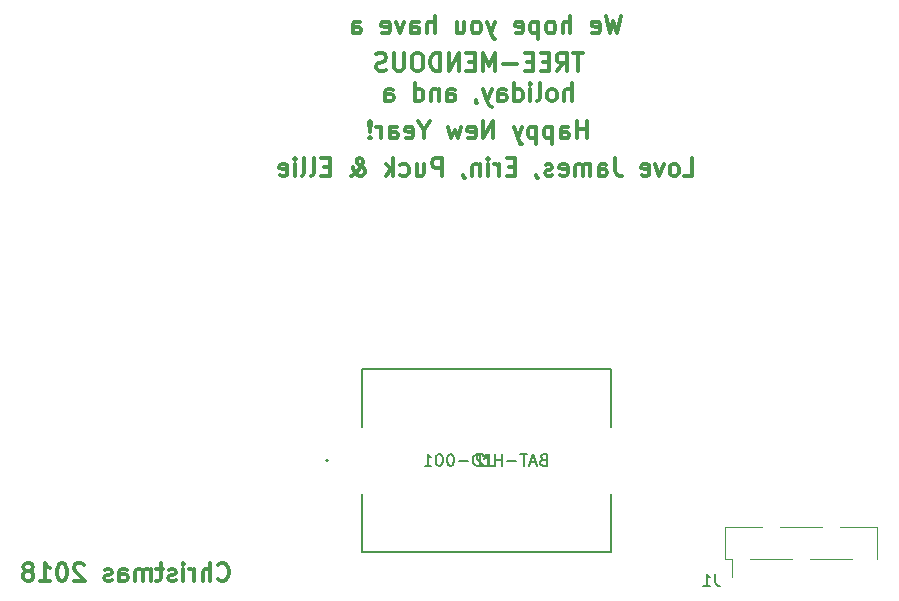
<source format=gbr>
G04 #@! TF.GenerationSoftware,KiCad,Pcbnew,5.0.1-33cea8e~68~ubuntu18.04.1*
G04 #@! TF.CreationDate,2018-11-21T15:29:58-05:00*
G04 #@! TF.ProjectId,Christmas_2018,4368726973746D61735F323031382E6B,A1*
G04 #@! TF.SameCoordinates,Original*
G04 #@! TF.FileFunction,Legend,Bot*
G04 #@! TF.FilePolarity,Positive*
%FSLAX46Y46*%
G04 Gerber Fmt 4.6, Leading zero omitted, Abs format (unit mm)*
G04 Created by KiCad (PCBNEW 5.0.1-33cea8e~68~ubuntu18.04.1) date Wed 21 Nov 2018 03:29:58 PM EST*
%MOMM*%
%LPD*%
G01*
G04 APERTURE LIST*
%ADD10C,0.300000*%
%ADD11C,0.152400*%
%ADD12C,0.120000*%
%ADD13C,0.150000*%
G04 APERTURE END LIST*
D10*
X110655714Y-118645714D02*
X110727142Y-118717142D01*
X110941428Y-118788571D01*
X111084285Y-118788571D01*
X111298571Y-118717142D01*
X111441428Y-118574285D01*
X111512857Y-118431428D01*
X111584285Y-118145714D01*
X111584285Y-117931428D01*
X111512857Y-117645714D01*
X111441428Y-117502857D01*
X111298571Y-117360000D01*
X111084285Y-117288571D01*
X110941428Y-117288571D01*
X110727142Y-117360000D01*
X110655714Y-117431428D01*
X110012857Y-118788571D02*
X110012857Y-117288571D01*
X109370000Y-118788571D02*
X109370000Y-118002857D01*
X109441428Y-117860000D01*
X109584285Y-117788571D01*
X109798571Y-117788571D01*
X109941428Y-117860000D01*
X110012857Y-117931428D01*
X108655714Y-118788571D02*
X108655714Y-117788571D01*
X108655714Y-118074285D02*
X108584285Y-117931428D01*
X108512857Y-117860000D01*
X108370000Y-117788571D01*
X108227142Y-117788571D01*
X107727142Y-118788571D02*
X107727142Y-117788571D01*
X107727142Y-117288571D02*
X107798571Y-117360000D01*
X107727142Y-117431428D01*
X107655714Y-117360000D01*
X107727142Y-117288571D01*
X107727142Y-117431428D01*
X107084285Y-118717142D02*
X106941428Y-118788571D01*
X106655714Y-118788571D01*
X106512857Y-118717142D01*
X106441428Y-118574285D01*
X106441428Y-118502857D01*
X106512857Y-118360000D01*
X106655714Y-118288571D01*
X106870000Y-118288571D01*
X107012857Y-118217142D01*
X107084285Y-118074285D01*
X107084285Y-118002857D01*
X107012857Y-117860000D01*
X106870000Y-117788571D01*
X106655714Y-117788571D01*
X106512857Y-117860000D01*
X106012857Y-117788571D02*
X105441428Y-117788571D01*
X105798571Y-117288571D02*
X105798571Y-118574285D01*
X105727142Y-118717142D01*
X105584285Y-118788571D01*
X105441428Y-118788571D01*
X104941428Y-118788571D02*
X104941428Y-117788571D01*
X104941428Y-117931428D02*
X104870000Y-117860000D01*
X104727142Y-117788571D01*
X104512857Y-117788571D01*
X104370000Y-117860000D01*
X104298571Y-118002857D01*
X104298571Y-118788571D01*
X104298571Y-118002857D02*
X104227142Y-117860000D01*
X104084285Y-117788571D01*
X103870000Y-117788571D01*
X103727142Y-117860000D01*
X103655714Y-118002857D01*
X103655714Y-118788571D01*
X102298571Y-118788571D02*
X102298571Y-118002857D01*
X102370000Y-117860000D01*
X102512857Y-117788571D01*
X102798571Y-117788571D01*
X102941428Y-117860000D01*
X102298571Y-118717142D02*
X102441428Y-118788571D01*
X102798571Y-118788571D01*
X102941428Y-118717142D01*
X103012857Y-118574285D01*
X103012857Y-118431428D01*
X102941428Y-118288571D01*
X102798571Y-118217142D01*
X102441428Y-118217142D01*
X102298571Y-118145714D01*
X101655714Y-118717142D02*
X101512857Y-118788571D01*
X101227142Y-118788571D01*
X101084285Y-118717142D01*
X101012857Y-118574285D01*
X101012857Y-118502857D01*
X101084285Y-118360000D01*
X101227142Y-118288571D01*
X101441428Y-118288571D01*
X101584285Y-118217142D01*
X101655714Y-118074285D01*
X101655714Y-118002857D01*
X101584285Y-117860000D01*
X101441428Y-117788571D01*
X101227142Y-117788571D01*
X101084285Y-117860000D01*
X99298571Y-117431428D02*
X99227142Y-117360000D01*
X99084285Y-117288571D01*
X98727142Y-117288571D01*
X98584285Y-117360000D01*
X98512857Y-117431428D01*
X98441428Y-117574285D01*
X98441428Y-117717142D01*
X98512857Y-117931428D01*
X99370000Y-118788571D01*
X98441428Y-118788571D01*
X97512857Y-117288571D02*
X97370000Y-117288571D01*
X97227142Y-117360000D01*
X97155714Y-117431428D01*
X97084285Y-117574285D01*
X97012857Y-117860000D01*
X97012857Y-118217142D01*
X97084285Y-118502857D01*
X97155714Y-118645714D01*
X97227142Y-118717142D01*
X97370000Y-118788571D01*
X97512857Y-118788571D01*
X97655714Y-118717142D01*
X97727142Y-118645714D01*
X97798571Y-118502857D01*
X97870000Y-118217142D01*
X97870000Y-117860000D01*
X97798571Y-117574285D01*
X97727142Y-117431428D01*
X97655714Y-117360000D01*
X97512857Y-117288571D01*
X95584285Y-118788571D02*
X96441428Y-118788571D01*
X96012857Y-118788571D02*
X96012857Y-117288571D01*
X96155714Y-117502857D01*
X96298571Y-117645714D01*
X96441428Y-117717142D01*
X94727142Y-117931428D02*
X94870000Y-117860000D01*
X94941428Y-117788571D01*
X95012857Y-117645714D01*
X95012857Y-117574285D01*
X94941428Y-117431428D01*
X94870000Y-117360000D01*
X94727142Y-117288571D01*
X94441428Y-117288571D01*
X94298571Y-117360000D01*
X94227142Y-117431428D01*
X94155714Y-117574285D01*
X94155714Y-117645714D01*
X94227142Y-117788571D01*
X94298571Y-117860000D01*
X94441428Y-117931428D01*
X94727142Y-117931428D01*
X94870000Y-118002857D01*
X94941428Y-118074285D01*
X95012857Y-118217142D01*
X95012857Y-118502857D01*
X94941428Y-118645714D01*
X94870000Y-118717142D01*
X94727142Y-118788571D01*
X94441428Y-118788571D01*
X94298571Y-118717142D01*
X94227142Y-118645714D01*
X94155714Y-118502857D01*
X94155714Y-118217142D01*
X94227142Y-118074285D01*
X94298571Y-118002857D01*
X94441428Y-117931428D01*
X150100000Y-84498571D02*
X150814285Y-84498571D01*
X150814285Y-82998571D01*
X149385714Y-84498571D02*
X149528571Y-84427142D01*
X149600000Y-84355714D01*
X149671428Y-84212857D01*
X149671428Y-83784285D01*
X149600000Y-83641428D01*
X149528571Y-83570000D01*
X149385714Y-83498571D01*
X149171428Y-83498571D01*
X149028571Y-83570000D01*
X148957142Y-83641428D01*
X148885714Y-83784285D01*
X148885714Y-84212857D01*
X148957142Y-84355714D01*
X149028571Y-84427142D01*
X149171428Y-84498571D01*
X149385714Y-84498571D01*
X148385714Y-83498571D02*
X148028571Y-84498571D01*
X147671428Y-83498571D01*
X146528571Y-84427142D02*
X146671428Y-84498571D01*
X146957142Y-84498571D01*
X147100000Y-84427142D01*
X147171428Y-84284285D01*
X147171428Y-83712857D01*
X147100000Y-83570000D01*
X146957142Y-83498571D01*
X146671428Y-83498571D01*
X146528571Y-83570000D01*
X146457142Y-83712857D01*
X146457142Y-83855714D01*
X147171428Y-83998571D01*
X144242857Y-82998571D02*
X144242857Y-84070000D01*
X144314285Y-84284285D01*
X144457142Y-84427142D01*
X144671428Y-84498571D01*
X144814285Y-84498571D01*
X142885714Y-84498571D02*
X142885714Y-83712857D01*
X142957142Y-83570000D01*
X143100000Y-83498571D01*
X143385714Y-83498571D01*
X143528571Y-83570000D01*
X142885714Y-84427142D02*
X143028571Y-84498571D01*
X143385714Y-84498571D01*
X143528571Y-84427142D01*
X143600000Y-84284285D01*
X143600000Y-84141428D01*
X143528571Y-83998571D01*
X143385714Y-83927142D01*
X143028571Y-83927142D01*
X142885714Y-83855714D01*
X142171428Y-84498571D02*
X142171428Y-83498571D01*
X142171428Y-83641428D02*
X142100000Y-83570000D01*
X141957142Y-83498571D01*
X141742857Y-83498571D01*
X141600000Y-83570000D01*
X141528571Y-83712857D01*
X141528571Y-84498571D01*
X141528571Y-83712857D02*
X141457142Y-83570000D01*
X141314285Y-83498571D01*
X141100000Y-83498571D01*
X140957142Y-83570000D01*
X140885714Y-83712857D01*
X140885714Y-84498571D01*
X139600000Y-84427142D02*
X139742857Y-84498571D01*
X140028571Y-84498571D01*
X140171428Y-84427142D01*
X140242857Y-84284285D01*
X140242857Y-83712857D01*
X140171428Y-83570000D01*
X140028571Y-83498571D01*
X139742857Y-83498571D01*
X139600000Y-83570000D01*
X139528571Y-83712857D01*
X139528571Y-83855714D01*
X140242857Y-83998571D01*
X138957142Y-84427142D02*
X138814285Y-84498571D01*
X138528571Y-84498571D01*
X138385714Y-84427142D01*
X138314285Y-84284285D01*
X138314285Y-84212857D01*
X138385714Y-84070000D01*
X138528571Y-83998571D01*
X138742857Y-83998571D01*
X138885714Y-83927142D01*
X138957142Y-83784285D01*
X138957142Y-83712857D01*
X138885714Y-83570000D01*
X138742857Y-83498571D01*
X138528571Y-83498571D01*
X138385714Y-83570000D01*
X137600000Y-84427142D02*
X137600000Y-84498571D01*
X137671428Y-84641428D01*
X137742857Y-84712857D01*
X135814285Y-83712857D02*
X135314285Y-83712857D01*
X135100000Y-84498571D02*
X135814285Y-84498571D01*
X135814285Y-82998571D01*
X135100000Y-82998571D01*
X134457142Y-84498571D02*
X134457142Y-83498571D01*
X134457142Y-83784285D02*
X134385714Y-83641428D01*
X134314285Y-83570000D01*
X134171428Y-83498571D01*
X134028571Y-83498571D01*
X133528571Y-84498571D02*
X133528571Y-83498571D01*
X133528571Y-82998571D02*
X133600000Y-83070000D01*
X133528571Y-83141428D01*
X133457142Y-83070000D01*
X133528571Y-82998571D01*
X133528571Y-83141428D01*
X132814285Y-83498571D02*
X132814285Y-84498571D01*
X132814285Y-83641428D02*
X132742857Y-83570000D01*
X132600000Y-83498571D01*
X132385714Y-83498571D01*
X132242857Y-83570000D01*
X132171428Y-83712857D01*
X132171428Y-84498571D01*
X131385714Y-84427142D02*
X131385714Y-84498571D01*
X131457142Y-84641428D01*
X131528571Y-84712857D01*
X129600000Y-84498571D02*
X129600000Y-82998571D01*
X129028571Y-82998571D01*
X128885714Y-83070000D01*
X128814285Y-83141428D01*
X128742857Y-83284285D01*
X128742857Y-83498571D01*
X128814285Y-83641428D01*
X128885714Y-83712857D01*
X129028571Y-83784285D01*
X129600000Y-83784285D01*
X127457142Y-83498571D02*
X127457142Y-84498571D01*
X128100000Y-83498571D02*
X128100000Y-84284285D01*
X128028571Y-84427142D01*
X127885714Y-84498571D01*
X127671428Y-84498571D01*
X127528571Y-84427142D01*
X127457142Y-84355714D01*
X126100000Y-84427142D02*
X126242857Y-84498571D01*
X126528571Y-84498571D01*
X126671428Y-84427142D01*
X126742857Y-84355714D01*
X126814285Y-84212857D01*
X126814285Y-83784285D01*
X126742857Y-83641428D01*
X126671428Y-83570000D01*
X126528571Y-83498571D01*
X126242857Y-83498571D01*
X126100000Y-83570000D01*
X125457142Y-84498571D02*
X125457142Y-82998571D01*
X125314285Y-83927142D02*
X124885714Y-84498571D01*
X124885714Y-83498571D02*
X125457142Y-84070000D01*
X121885714Y-84498571D02*
X121957142Y-84498571D01*
X122100000Y-84427142D01*
X122314285Y-84212857D01*
X122671428Y-83784285D01*
X122814285Y-83570000D01*
X122885714Y-83355714D01*
X122885714Y-83212857D01*
X122814285Y-83070000D01*
X122671428Y-82998571D01*
X122600000Y-82998571D01*
X122457142Y-83070000D01*
X122385714Y-83212857D01*
X122385714Y-83284285D01*
X122457142Y-83427142D01*
X122528571Y-83498571D01*
X122957142Y-83784285D01*
X123028571Y-83855714D01*
X123100000Y-83998571D01*
X123100000Y-84212857D01*
X123028571Y-84355714D01*
X122957142Y-84427142D01*
X122814285Y-84498571D01*
X122600000Y-84498571D01*
X122457142Y-84427142D01*
X122385714Y-84355714D01*
X122171428Y-84070000D01*
X122100000Y-83855714D01*
X122100000Y-83712857D01*
X120100000Y-83712857D02*
X119600000Y-83712857D01*
X119385714Y-84498571D02*
X120100000Y-84498571D01*
X120100000Y-82998571D01*
X119385714Y-82998571D01*
X118528571Y-84498571D02*
X118671428Y-84427142D01*
X118742857Y-84284285D01*
X118742857Y-82998571D01*
X117742857Y-84498571D02*
X117885714Y-84427142D01*
X117957142Y-84284285D01*
X117957142Y-82998571D01*
X117171428Y-84498571D02*
X117171428Y-83498571D01*
X117171428Y-82998571D02*
X117242857Y-83070000D01*
X117171428Y-83141428D01*
X117100000Y-83070000D01*
X117171428Y-82998571D01*
X117171428Y-83141428D01*
X115885714Y-84427142D02*
X116028571Y-84498571D01*
X116314285Y-84498571D01*
X116457142Y-84427142D01*
X116528571Y-84284285D01*
X116528571Y-83712857D01*
X116457142Y-83570000D01*
X116314285Y-83498571D01*
X116028571Y-83498571D01*
X115885714Y-83570000D01*
X115814285Y-83712857D01*
X115814285Y-83855714D01*
X116528571Y-83998571D01*
X141893571Y-81323571D02*
X141893571Y-79823571D01*
X141893571Y-80537857D02*
X141036428Y-80537857D01*
X141036428Y-81323571D02*
X141036428Y-79823571D01*
X139679285Y-81323571D02*
X139679285Y-80537857D01*
X139750714Y-80395000D01*
X139893571Y-80323571D01*
X140179285Y-80323571D01*
X140322142Y-80395000D01*
X139679285Y-81252142D02*
X139822142Y-81323571D01*
X140179285Y-81323571D01*
X140322142Y-81252142D01*
X140393571Y-81109285D01*
X140393571Y-80966428D01*
X140322142Y-80823571D01*
X140179285Y-80752142D01*
X139822142Y-80752142D01*
X139679285Y-80680714D01*
X138965000Y-80323571D02*
X138965000Y-81823571D01*
X138965000Y-80395000D02*
X138822142Y-80323571D01*
X138536428Y-80323571D01*
X138393571Y-80395000D01*
X138322142Y-80466428D01*
X138250714Y-80609285D01*
X138250714Y-81037857D01*
X138322142Y-81180714D01*
X138393571Y-81252142D01*
X138536428Y-81323571D01*
X138822142Y-81323571D01*
X138965000Y-81252142D01*
X137607857Y-80323571D02*
X137607857Y-81823571D01*
X137607857Y-80395000D02*
X137465000Y-80323571D01*
X137179285Y-80323571D01*
X137036428Y-80395000D01*
X136965000Y-80466428D01*
X136893571Y-80609285D01*
X136893571Y-81037857D01*
X136965000Y-81180714D01*
X137036428Y-81252142D01*
X137179285Y-81323571D01*
X137465000Y-81323571D01*
X137607857Y-81252142D01*
X136393571Y-80323571D02*
X136036428Y-81323571D01*
X135679285Y-80323571D02*
X136036428Y-81323571D01*
X136179285Y-81680714D01*
X136250714Y-81752142D01*
X136393571Y-81823571D01*
X133965000Y-81323571D02*
X133965000Y-79823571D01*
X133107857Y-81323571D01*
X133107857Y-79823571D01*
X131822142Y-81252142D02*
X131965000Y-81323571D01*
X132250714Y-81323571D01*
X132393571Y-81252142D01*
X132465000Y-81109285D01*
X132465000Y-80537857D01*
X132393571Y-80395000D01*
X132250714Y-80323571D01*
X131965000Y-80323571D01*
X131822142Y-80395000D01*
X131750714Y-80537857D01*
X131750714Y-80680714D01*
X132465000Y-80823571D01*
X131250714Y-80323571D02*
X130965000Y-81323571D01*
X130679285Y-80609285D01*
X130393571Y-81323571D01*
X130107857Y-80323571D01*
X128107857Y-80609285D02*
X128107857Y-81323571D01*
X128607857Y-79823571D02*
X128107857Y-80609285D01*
X127607857Y-79823571D01*
X126536428Y-81252142D02*
X126679285Y-81323571D01*
X126965000Y-81323571D01*
X127107857Y-81252142D01*
X127179285Y-81109285D01*
X127179285Y-80537857D01*
X127107857Y-80395000D01*
X126965000Y-80323571D01*
X126679285Y-80323571D01*
X126536428Y-80395000D01*
X126465000Y-80537857D01*
X126465000Y-80680714D01*
X127179285Y-80823571D01*
X125179285Y-81323571D02*
X125179285Y-80537857D01*
X125250714Y-80395000D01*
X125393571Y-80323571D01*
X125679285Y-80323571D01*
X125822142Y-80395000D01*
X125179285Y-81252142D02*
X125322142Y-81323571D01*
X125679285Y-81323571D01*
X125822142Y-81252142D01*
X125893571Y-81109285D01*
X125893571Y-80966428D01*
X125822142Y-80823571D01*
X125679285Y-80752142D01*
X125322142Y-80752142D01*
X125179285Y-80680714D01*
X124465000Y-81323571D02*
X124465000Y-80323571D01*
X124465000Y-80609285D02*
X124393571Y-80466428D01*
X124322142Y-80395000D01*
X124179285Y-80323571D01*
X124036428Y-80323571D01*
X123536428Y-81180714D02*
X123465000Y-81252142D01*
X123536428Y-81323571D01*
X123607857Y-81252142D01*
X123536428Y-81180714D01*
X123536428Y-81323571D01*
X123536428Y-80752142D02*
X123607857Y-79895000D01*
X123536428Y-79823571D01*
X123465000Y-79895000D01*
X123536428Y-80752142D01*
X123536428Y-79823571D01*
X140607857Y-78148571D02*
X140607857Y-76648571D01*
X139965000Y-78148571D02*
X139965000Y-77362857D01*
X140036428Y-77220000D01*
X140179285Y-77148571D01*
X140393571Y-77148571D01*
X140536428Y-77220000D01*
X140607857Y-77291428D01*
X139036428Y-78148571D02*
X139179285Y-78077142D01*
X139250714Y-78005714D01*
X139322142Y-77862857D01*
X139322142Y-77434285D01*
X139250714Y-77291428D01*
X139179285Y-77220000D01*
X139036428Y-77148571D01*
X138822142Y-77148571D01*
X138679285Y-77220000D01*
X138607857Y-77291428D01*
X138536428Y-77434285D01*
X138536428Y-77862857D01*
X138607857Y-78005714D01*
X138679285Y-78077142D01*
X138822142Y-78148571D01*
X139036428Y-78148571D01*
X137679285Y-78148571D02*
X137822142Y-78077142D01*
X137893571Y-77934285D01*
X137893571Y-76648571D01*
X137107857Y-78148571D02*
X137107857Y-77148571D01*
X137107857Y-76648571D02*
X137179285Y-76720000D01*
X137107857Y-76791428D01*
X137036428Y-76720000D01*
X137107857Y-76648571D01*
X137107857Y-76791428D01*
X135750714Y-78148571D02*
X135750714Y-76648571D01*
X135750714Y-78077142D02*
X135893571Y-78148571D01*
X136179285Y-78148571D01*
X136322142Y-78077142D01*
X136393571Y-78005714D01*
X136465000Y-77862857D01*
X136465000Y-77434285D01*
X136393571Y-77291428D01*
X136322142Y-77220000D01*
X136179285Y-77148571D01*
X135893571Y-77148571D01*
X135750714Y-77220000D01*
X134393571Y-78148571D02*
X134393571Y-77362857D01*
X134465000Y-77220000D01*
X134607857Y-77148571D01*
X134893571Y-77148571D01*
X135036428Y-77220000D01*
X134393571Y-78077142D02*
X134536428Y-78148571D01*
X134893571Y-78148571D01*
X135036428Y-78077142D01*
X135107857Y-77934285D01*
X135107857Y-77791428D01*
X135036428Y-77648571D01*
X134893571Y-77577142D01*
X134536428Y-77577142D01*
X134393571Y-77505714D01*
X133822142Y-77148571D02*
X133465000Y-78148571D01*
X133107857Y-77148571D02*
X133465000Y-78148571D01*
X133607857Y-78505714D01*
X133679285Y-78577142D01*
X133822142Y-78648571D01*
X132465000Y-78077142D02*
X132465000Y-78148571D01*
X132536428Y-78291428D01*
X132607857Y-78362857D01*
X130036428Y-78148571D02*
X130036428Y-77362857D01*
X130107857Y-77220000D01*
X130250714Y-77148571D01*
X130536428Y-77148571D01*
X130679285Y-77220000D01*
X130036428Y-78077142D02*
X130179285Y-78148571D01*
X130536428Y-78148571D01*
X130679285Y-78077142D01*
X130750714Y-77934285D01*
X130750714Y-77791428D01*
X130679285Y-77648571D01*
X130536428Y-77577142D01*
X130179285Y-77577142D01*
X130036428Y-77505714D01*
X129322142Y-77148571D02*
X129322142Y-78148571D01*
X129322142Y-77291428D02*
X129250714Y-77220000D01*
X129107857Y-77148571D01*
X128893571Y-77148571D01*
X128750714Y-77220000D01*
X128679285Y-77362857D01*
X128679285Y-78148571D01*
X127322142Y-78148571D02*
X127322142Y-76648571D01*
X127322142Y-78077142D02*
X127465000Y-78148571D01*
X127750714Y-78148571D01*
X127893571Y-78077142D01*
X127965000Y-78005714D01*
X128036428Y-77862857D01*
X128036428Y-77434285D01*
X127965000Y-77291428D01*
X127893571Y-77220000D01*
X127750714Y-77148571D01*
X127465000Y-77148571D01*
X127322142Y-77220000D01*
X124822142Y-78148571D02*
X124822142Y-77362857D01*
X124893571Y-77220000D01*
X125036428Y-77148571D01*
X125322142Y-77148571D01*
X125465000Y-77220000D01*
X124822142Y-78077142D02*
X124965000Y-78148571D01*
X125322142Y-78148571D01*
X125465000Y-78077142D01*
X125536428Y-77934285D01*
X125536428Y-77791428D01*
X125465000Y-77648571D01*
X125322142Y-77577142D01*
X124965000Y-77577142D01*
X124822142Y-77505714D01*
X141536428Y-74108571D02*
X140679285Y-74108571D01*
X141107857Y-75608571D02*
X141107857Y-74108571D01*
X139322142Y-75608571D02*
X139822142Y-74894285D01*
X140179285Y-75608571D02*
X140179285Y-74108571D01*
X139607857Y-74108571D01*
X139465000Y-74180000D01*
X139393571Y-74251428D01*
X139322142Y-74394285D01*
X139322142Y-74608571D01*
X139393571Y-74751428D01*
X139465000Y-74822857D01*
X139607857Y-74894285D01*
X140179285Y-74894285D01*
X138679285Y-74822857D02*
X138179285Y-74822857D01*
X137965000Y-75608571D02*
X138679285Y-75608571D01*
X138679285Y-74108571D01*
X137965000Y-74108571D01*
X137322142Y-74822857D02*
X136822142Y-74822857D01*
X136607857Y-75608571D02*
X137322142Y-75608571D01*
X137322142Y-74108571D01*
X136607857Y-74108571D01*
X135965000Y-75037142D02*
X134822142Y-75037142D01*
X134107857Y-75608571D02*
X134107857Y-74108571D01*
X133607857Y-75180000D01*
X133107857Y-74108571D01*
X133107857Y-75608571D01*
X132393571Y-74822857D02*
X131893571Y-74822857D01*
X131679285Y-75608571D02*
X132393571Y-75608571D01*
X132393571Y-74108571D01*
X131679285Y-74108571D01*
X131036428Y-75608571D02*
X131036428Y-74108571D01*
X130179285Y-75608571D01*
X130179285Y-74108571D01*
X129465000Y-75608571D02*
X129465000Y-74108571D01*
X129107857Y-74108571D01*
X128893571Y-74180000D01*
X128750714Y-74322857D01*
X128679285Y-74465714D01*
X128607857Y-74751428D01*
X128607857Y-74965714D01*
X128679285Y-75251428D01*
X128750714Y-75394285D01*
X128893571Y-75537142D01*
X129107857Y-75608571D01*
X129465000Y-75608571D01*
X127679285Y-74108571D02*
X127393571Y-74108571D01*
X127250714Y-74180000D01*
X127107857Y-74322857D01*
X127036428Y-74608571D01*
X127036428Y-75108571D01*
X127107857Y-75394285D01*
X127250714Y-75537142D01*
X127393571Y-75608571D01*
X127679285Y-75608571D01*
X127822142Y-75537142D01*
X127965000Y-75394285D01*
X128036428Y-75108571D01*
X128036428Y-74608571D01*
X127965000Y-74322857D01*
X127822142Y-74180000D01*
X127679285Y-74108571D01*
X126393571Y-74108571D02*
X126393571Y-75322857D01*
X126322142Y-75465714D01*
X126250714Y-75537142D01*
X126107857Y-75608571D01*
X125822142Y-75608571D01*
X125679285Y-75537142D01*
X125607857Y-75465714D01*
X125536428Y-75322857D01*
X125536428Y-74108571D01*
X124893571Y-75537142D02*
X124679285Y-75608571D01*
X124322142Y-75608571D01*
X124179285Y-75537142D01*
X124107857Y-75465714D01*
X124036428Y-75322857D01*
X124036428Y-75180000D01*
X124107857Y-75037142D01*
X124179285Y-74965714D01*
X124322142Y-74894285D01*
X124607857Y-74822857D01*
X124750714Y-74751428D01*
X124822142Y-74680000D01*
X124893571Y-74537142D01*
X124893571Y-74394285D01*
X124822142Y-74251428D01*
X124750714Y-74180000D01*
X124607857Y-74108571D01*
X124250714Y-74108571D01*
X124036428Y-74180000D01*
X144778571Y-70933571D02*
X144421428Y-72433571D01*
X144135714Y-71362142D01*
X143850000Y-72433571D01*
X143492857Y-70933571D01*
X142350000Y-72362142D02*
X142492857Y-72433571D01*
X142778571Y-72433571D01*
X142921428Y-72362142D01*
X142992857Y-72219285D01*
X142992857Y-71647857D01*
X142921428Y-71505000D01*
X142778571Y-71433571D01*
X142492857Y-71433571D01*
X142350000Y-71505000D01*
X142278571Y-71647857D01*
X142278571Y-71790714D01*
X142992857Y-71933571D01*
X140492857Y-72433571D02*
X140492857Y-70933571D01*
X139850000Y-72433571D02*
X139850000Y-71647857D01*
X139921428Y-71505000D01*
X140064285Y-71433571D01*
X140278571Y-71433571D01*
X140421428Y-71505000D01*
X140492857Y-71576428D01*
X138921428Y-72433571D02*
X139064285Y-72362142D01*
X139135714Y-72290714D01*
X139207142Y-72147857D01*
X139207142Y-71719285D01*
X139135714Y-71576428D01*
X139064285Y-71505000D01*
X138921428Y-71433571D01*
X138707142Y-71433571D01*
X138564285Y-71505000D01*
X138492857Y-71576428D01*
X138421428Y-71719285D01*
X138421428Y-72147857D01*
X138492857Y-72290714D01*
X138564285Y-72362142D01*
X138707142Y-72433571D01*
X138921428Y-72433571D01*
X137778571Y-71433571D02*
X137778571Y-72933571D01*
X137778571Y-71505000D02*
X137635714Y-71433571D01*
X137350000Y-71433571D01*
X137207142Y-71505000D01*
X137135714Y-71576428D01*
X137064285Y-71719285D01*
X137064285Y-72147857D01*
X137135714Y-72290714D01*
X137207142Y-72362142D01*
X137350000Y-72433571D01*
X137635714Y-72433571D01*
X137778571Y-72362142D01*
X135850000Y-72362142D02*
X135992857Y-72433571D01*
X136278571Y-72433571D01*
X136421428Y-72362142D01*
X136492857Y-72219285D01*
X136492857Y-71647857D01*
X136421428Y-71505000D01*
X136278571Y-71433571D01*
X135992857Y-71433571D01*
X135850000Y-71505000D01*
X135778571Y-71647857D01*
X135778571Y-71790714D01*
X136492857Y-71933571D01*
X134135714Y-71433571D02*
X133778571Y-72433571D01*
X133421428Y-71433571D02*
X133778571Y-72433571D01*
X133921428Y-72790714D01*
X133992857Y-72862142D01*
X134135714Y-72933571D01*
X132635714Y-72433571D02*
X132778571Y-72362142D01*
X132850000Y-72290714D01*
X132921428Y-72147857D01*
X132921428Y-71719285D01*
X132850000Y-71576428D01*
X132778571Y-71505000D01*
X132635714Y-71433571D01*
X132421428Y-71433571D01*
X132278571Y-71505000D01*
X132207142Y-71576428D01*
X132135714Y-71719285D01*
X132135714Y-72147857D01*
X132207142Y-72290714D01*
X132278571Y-72362142D01*
X132421428Y-72433571D01*
X132635714Y-72433571D01*
X130850000Y-71433571D02*
X130850000Y-72433571D01*
X131492857Y-71433571D02*
X131492857Y-72219285D01*
X131421428Y-72362142D01*
X131278571Y-72433571D01*
X131064285Y-72433571D01*
X130921428Y-72362142D01*
X130850000Y-72290714D01*
X128992857Y-72433571D02*
X128992857Y-70933571D01*
X128350000Y-72433571D02*
X128350000Y-71647857D01*
X128421428Y-71505000D01*
X128564285Y-71433571D01*
X128778571Y-71433571D01*
X128921428Y-71505000D01*
X128992857Y-71576428D01*
X126992857Y-72433571D02*
X126992857Y-71647857D01*
X127064285Y-71505000D01*
X127207142Y-71433571D01*
X127492857Y-71433571D01*
X127635714Y-71505000D01*
X126992857Y-72362142D02*
X127135714Y-72433571D01*
X127492857Y-72433571D01*
X127635714Y-72362142D01*
X127707142Y-72219285D01*
X127707142Y-72076428D01*
X127635714Y-71933571D01*
X127492857Y-71862142D01*
X127135714Y-71862142D01*
X126992857Y-71790714D01*
X126421428Y-71433571D02*
X126064285Y-72433571D01*
X125707142Y-71433571D01*
X124564285Y-72362142D02*
X124707142Y-72433571D01*
X124992857Y-72433571D01*
X125135714Y-72362142D01*
X125207142Y-72219285D01*
X125207142Y-71647857D01*
X125135714Y-71505000D01*
X124992857Y-71433571D01*
X124707142Y-71433571D01*
X124564285Y-71505000D01*
X124492857Y-71647857D01*
X124492857Y-71790714D01*
X125207142Y-71933571D01*
X122064285Y-72433571D02*
X122064285Y-71647857D01*
X122135714Y-71505000D01*
X122278571Y-71433571D01*
X122564285Y-71433571D01*
X122707142Y-71505000D01*
X122064285Y-72362142D02*
X122207142Y-72433571D01*
X122564285Y-72433571D01*
X122707142Y-72362142D01*
X122778571Y-72219285D01*
X122778571Y-72076428D01*
X122707142Y-71933571D01*
X122564285Y-71862142D01*
X122207142Y-71862142D01*
X122064285Y-71790714D01*
D11*
G04 #@! TO.C,U2*
X122809000Y-100838000D02*
X143891000Y-100838000D01*
X143891000Y-100838000D02*
X143891000Y-105712260D01*
X143891000Y-116332000D02*
X122809000Y-116332000D01*
X122809000Y-116332000D02*
X122809000Y-111457740D01*
X122809000Y-105712260D02*
X122809000Y-100838000D01*
X143891000Y-111457740D02*
X143891000Y-116332000D01*
X119964200Y-108585000D02*
G75*
G03X119964200Y-108585000I-76200J0D01*
G01*
D12*
G04 #@! TO.C,J1*
X163320000Y-114240000D02*
X166430000Y-114240000D01*
X158240000Y-114240000D02*
X161800000Y-114240000D01*
X165860000Y-114240000D02*
X166430000Y-114240000D01*
X153610000Y-116900000D02*
X154180000Y-116900000D01*
X154180000Y-116900000D02*
X154180000Y-118420000D01*
X153610000Y-114240000D02*
X156720000Y-114240000D01*
X160780000Y-116900000D02*
X164340000Y-116900000D01*
X155700000Y-116900000D02*
X159260000Y-116900000D01*
X166430000Y-114240000D02*
X166430000Y-116900000D01*
X153610000Y-114240000D02*
X153610000Y-116900000D01*
G04 #@! TO.C,U2*
D13*
X134111904Y-108037380D02*
X134111904Y-108846904D01*
X134064285Y-108942142D01*
X134016666Y-108989761D01*
X133921428Y-109037380D01*
X133730952Y-109037380D01*
X133635714Y-108989761D01*
X133588095Y-108942142D01*
X133540476Y-108846904D01*
X133540476Y-108037380D01*
X133111904Y-108132619D02*
X133064285Y-108085000D01*
X132969047Y-108037380D01*
X132730952Y-108037380D01*
X132635714Y-108085000D01*
X132588095Y-108132619D01*
X132540476Y-108227857D01*
X132540476Y-108323095D01*
X132588095Y-108465952D01*
X133159523Y-109037380D01*
X132540476Y-109037380D01*
X138183333Y-108513571D02*
X138040476Y-108561190D01*
X137992857Y-108608809D01*
X137945238Y-108704047D01*
X137945238Y-108846904D01*
X137992857Y-108942142D01*
X138040476Y-108989761D01*
X138135714Y-109037380D01*
X138516666Y-109037380D01*
X138516666Y-108037380D01*
X138183333Y-108037380D01*
X138088095Y-108085000D01*
X138040476Y-108132619D01*
X137992857Y-108227857D01*
X137992857Y-108323095D01*
X138040476Y-108418333D01*
X138088095Y-108465952D01*
X138183333Y-108513571D01*
X138516666Y-108513571D01*
X137564285Y-108751666D02*
X137088095Y-108751666D01*
X137659523Y-109037380D02*
X137326190Y-108037380D01*
X136992857Y-109037380D01*
X136802380Y-108037380D02*
X136230952Y-108037380D01*
X136516666Y-109037380D02*
X136516666Y-108037380D01*
X135897619Y-108656428D02*
X135135714Y-108656428D01*
X134659523Y-109037380D02*
X134659523Y-108037380D01*
X134659523Y-108513571D02*
X134088095Y-108513571D01*
X134088095Y-109037380D02*
X134088095Y-108037380D01*
X133135714Y-109037380D02*
X133611904Y-109037380D01*
X133611904Y-108037380D01*
X132802380Y-109037380D02*
X132802380Y-108037380D01*
X132564285Y-108037380D01*
X132421428Y-108085000D01*
X132326190Y-108180238D01*
X132278571Y-108275476D01*
X132230952Y-108465952D01*
X132230952Y-108608809D01*
X132278571Y-108799285D01*
X132326190Y-108894523D01*
X132421428Y-108989761D01*
X132564285Y-109037380D01*
X132802380Y-109037380D01*
X131802380Y-108656428D02*
X131040476Y-108656428D01*
X130373809Y-108037380D02*
X130278571Y-108037380D01*
X130183333Y-108085000D01*
X130135714Y-108132619D01*
X130088095Y-108227857D01*
X130040476Y-108418333D01*
X130040476Y-108656428D01*
X130088095Y-108846904D01*
X130135714Y-108942142D01*
X130183333Y-108989761D01*
X130278571Y-109037380D01*
X130373809Y-109037380D01*
X130469047Y-108989761D01*
X130516666Y-108942142D01*
X130564285Y-108846904D01*
X130611904Y-108656428D01*
X130611904Y-108418333D01*
X130564285Y-108227857D01*
X130516666Y-108132619D01*
X130469047Y-108085000D01*
X130373809Y-108037380D01*
X129421428Y-108037380D02*
X129326190Y-108037380D01*
X129230952Y-108085000D01*
X129183333Y-108132619D01*
X129135714Y-108227857D01*
X129088095Y-108418333D01*
X129088095Y-108656428D01*
X129135714Y-108846904D01*
X129183333Y-108942142D01*
X129230952Y-108989761D01*
X129326190Y-109037380D01*
X129421428Y-109037380D01*
X129516666Y-108989761D01*
X129564285Y-108942142D01*
X129611904Y-108846904D01*
X129659523Y-108656428D01*
X129659523Y-108418333D01*
X129611904Y-108227857D01*
X129564285Y-108132619D01*
X129516666Y-108085000D01*
X129421428Y-108037380D01*
X128135714Y-109037380D02*
X128707142Y-109037380D01*
X128421428Y-109037380D02*
X128421428Y-108037380D01*
X128516666Y-108180238D01*
X128611904Y-108275476D01*
X128707142Y-108323095D01*
X133350000Y-108037380D02*
X133350000Y-108275476D01*
X133588095Y-108180238D02*
X133350000Y-108275476D01*
X133111904Y-108180238D01*
X133492857Y-108465952D02*
X133350000Y-108275476D01*
X133207142Y-108465952D01*
G04 #@! TO.C,J1*
X152733333Y-118197380D02*
X152733333Y-118911666D01*
X152780952Y-119054523D01*
X152876190Y-119149761D01*
X153019047Y-119197380D01*
X153114285Y-119197380D01*
X151733333Y-119197380D02*
X152304761Y-119197380D01*
X152019047Y-119197380D02*
X152019047Y-118197380D01*
X152114285Y-118340238D01*
X152209523Y-118435476D01*
X152304761Y-118483095D01*
G04 #@! TD*
M02*

</source>
